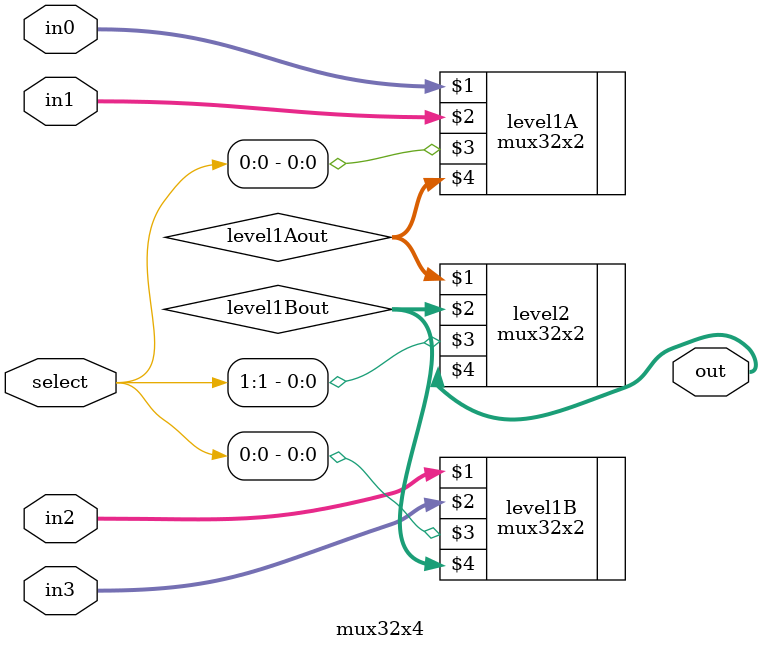
<source format=v>
/* PURPOSE: This is a multiplexer. If select is 0, output is input0. If select is 1, output is input 1. 
 * INPUTS : input 0, input 1, select bit, 
 * OUTPUTS: output
 * Conor O'Connell & Saroj Bardewa
 * 5/5/2016
 */
 
module mux32x2_6bits(in0, in1, select, out);
  parameter WIDTH = 6;
  
  input [WIDTH - 1:0] in1;
  input [WIDTH - 1:0] in0;
  input select;
  output [WIDTH - 1:0] out;
  
  assign out = select ? in1 : in0;
endmodule

module mux32x4(in0, in1, in2, in3, select, out);
  parameter WIDTH = 32;
  
  input [WIDTH - 1:0] in1;
  input [WIDTH - 1:0] in0;
  input [WIDTH - 1:0] in2;
  input [WIDTH - 1:0] in3;
  input [1:0] select;
  output [WIDTH - 1:0] out;
  
  wire [WIDTH - 1:0] level1Aout;
  wire [WIDTH - 1:0] level1Bout;
  
  mux32x2 level1A(in0, in1, select[0], level1Aout);
  mux32x2 level1B(in2, in3, select[0], level1Bout);
  
  
  mux32x2 level2(level1Aout, level1Bout, select[1], out);
endmodule
</source>
